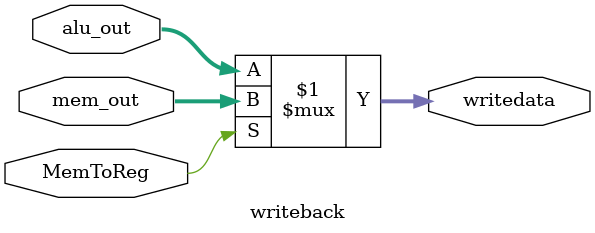
<source format=v>
module writeback (
    input [15:0] mem_out,
    input [15:0] alu_out,
    input MemToReg,
    output [15:0] writedata
);
    assign writedata = (MemToReg) ? mem_out : alu_out;

endmodule
</source>
